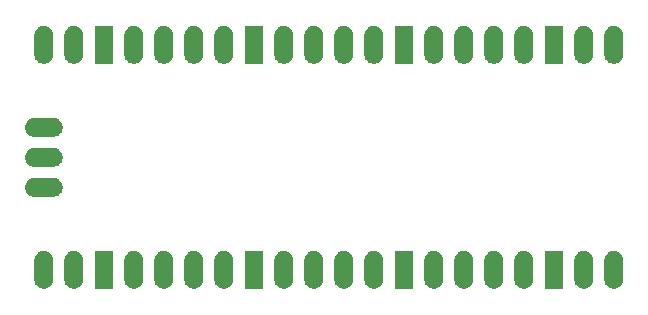
<source format=gbp>
G04 Layer: BottomPasteMaskLayer*
G04 EasyEDA v6.5.20, 2023-08-22 23:15:59*
G04 a67cddfb3fce44daa9051d46cbbcc19f,10*
G04 Gerber Generator version 0.2*
G04 Scale: 100 percent, Rotated: No, Reflected: No *
G04 Dimensions in millimeters *
G04 leading zeros omitted , absolute positions ,4 integer and 5 decimal *
%FSLAX45Y45*%
%MOMM*%

%AMMACRO1*4,1,4,-0.8,-1.5999,0.8,-1.5999,0.8,1.5999,-0.8,1.5999,-0.8,-1.5999,0*%
%AMMACRO2*4,1,4,-0.8001,-1.5999,0.8001,-1.5999,0.8001,1.5999,-0.8001,1.5999,-0.8001,-1.5999,0*%
%ADD10MACRO1*%
%ADD11MACRO2*%

%LPD*%
G36*
X5732983Y3372485D02*
G01*
X5733567Y3362858D01*
X5735320Y3353358D01*
X5738190Y3344113D01*
X5742152Y3335324D01*
X5747156Y3327044D01*
X5753100Y3319449D01*
X5759932Y3312617D01*
X5767552Y3306648D01*
X5775807Y3301644D01*
X5784621Y3297681D01*
X5793841Y3294811D01*
X5803341Y3293084D01*
X5812993Y3292500D01*
X5822619Y3293084D01*
X5832144Y3294811D01*
X5841365Y3297681D01*
X5850178Y3301644D01*
X5858433Y3306648D01*
X5866028Y3312617D01*
X5872861Y3319449D01*
X5878829Y3327044D01*
X5883833Y3335324D01*
X5887796Y3344113D01*
X5890666Y3353358D01*
X5892393Y3362858D01*
X5892977Y3372485D01*
X5892977Y3532504D01*
X5892393Y3542131D01*
X5890666Y3551631D01*
X5887796Y3560851D01*
X5883833Y3569665D01*
X5878829Y3577945D01*
X5872861Y3585540D01*
X5866028Y3592372D01*
X5858433Y3598341D01*
X5850178Y3603320D01*
X5841365Y3607282D01*
X5832144Y3610178D01*
X5822619Y3611905D01*
X5812993Y3612489D01*
X5803341Y3611905D01*
X5793841Y3610178D01*
X5784621Y3607282D01*
X5775807Y3603320D01*
X5767552Y3598341D01*
X5759932Y3592372D01*
X5753100Y3585540D01*
X5747156Y3577945D01*
X5742152Y3569665D01*
X5738190Y3560851D01*
X5735320Y3551631D01*
X5733567Y3542131D01*
X5732983Y3532504D01*
G37*
G36*
X5478983Y3372485D02*
G01*
X5479567Y3362858D01*
X5481320Y3353358D01*
X5484190Y3344113D01*
X5488152Y3335324D01*
X5493156Y3327044D01*
X5499100Y3319449D01*
X5505932Y3312617D01*
X5513552Y3306648D01*
X5521807Y3301644D01*
X5530621Y3297681D01*
X5539841Y3294811D01*
X5549341Y3293084D01*
X5558993Y3292500D01*
X5568619Y3293084D01*
X5578144Y3294811D01*
X5587365Y3297681D01*
X5596178Y3301644D01*
X5604433Y3306648D01*
X5612028Y3312617D01*
X5618861Y3319449D01*
X5624829Y3327044D01*
X5629833Y3335324D01*
X5633796Y3344113D01*
X5636666Y3353358D01*
X5638393Y3362858D01*
X5638977Y3372485D01*
X5638977Y3532504D01*
X5638393Y3542131D01*
X5636666Y3551631D01*
X5633796Y3560851D01*
X5629833Y3569665D01*
X5624829Y3577945D01*
X5618861Y3585540D01*
X5612028Y3592372D01*
X5604433Y3598341D01*
X5596178Y3603320D01*
X5587365Y3607282D01*
X5578144Y3610178D01*
X5568619Y3611905D01*
X5558993Y3612489D01*
X5549341Y3611905D01*
X5539841Y3610178D01*
X5530621Y3607282D01*
X5521807Y3603320D01*
X5513552Y3598341D01*
X5505932Y3592372D01*
X5499100Y3585540D01*
X5493156Y3577945D01*
X5488152Y3569665D01*
X5484190Y3560851D01*
X5481320Y3551631D01*
X5479567Y3542131D01*
X5478983Y3532504D01*
G37*
D10*
G01*
X5304980Y3452495D03*
G36*
X4970983Y3372485D02*
G01*
X4971567Y3362858D01*
X4973320Y3353358D01*
X4976190Y3344113D01*
X4980152Y3335324D01*
X4985156Y3327044D01*
X4991100Y3319449D01*
X4997932Y3312617D01*
X5005552Y3306648D01*
X5013807Y3301644D01*
X5022621Y3297681D01*
X5031841Y3294811D01*
X5041341Y3293084D01*
X5050993Y3292500D01*
X5060645Y3293084D01*
X5070144Y3294811D01*
X5079365Y3297681D01*
X5088178Y3301644D01*
X5096433Y3306648D01*
X5104028Y3312617D01*
X5110861Y3319449D01*
X5116829Y3327044D01*
X5121833Y3335324D01*
X5125796Y3344113D01*
X5128666Y3353358D01*
X5130418Y3362858D01*
X5130977Y3372485D01*
X5130977Y3532504D01*
X5130418Y3542131D01*
X5128666Y3551631D01*
X5125796Y3560851D01*
X5121833Y3569665D01*
X5116829Y3577945D01*
X5110861Y3585540D01*
X5104028Y3592372D01*
X5096433Y3598341D01*
X5088178Y3603320D01*
X5079365Y3607282D01*
X5070144Y3610178D01*
X5060645Y3611905D01*
X5050993Y3612489D01*
X5041341Y3611905D01*
X5031841Y3610178D01*
X5022621Y3607282D01*
X5013807Y3603320D01*
X5005552Y3598341D01*
X4997932Y3592372D01*
X4991100Y3585540D01*
X4985156Y3577945D01*
X4980152Y3569665D01*
X4976190Y3560851D01*
X4973320Y3551631D01*
X4971567Y3542131D01*
X4970983Y3532504D01*
G37*
G36*
X4716983Y3372485D02*
G01*
X4717567Y3362858D01*
X4719320Y3353358D01*
X4722190Y3344113D01*
X4726152Y3335324D01*
X4731156Y3327044D01*
X4737100Y3319449D01*
X4743932Y3312617D01*
X4751552Y3306648D01*
X4759807Y3301644D01*
X4768621Y3297681D01*
X4777841Y3294811D01*
X4787341Y3293084D01*
X4796993Y3292500D01*
X4806645Y3293084D01*
X4816144Y3294811D01*
X4825365Y3297681D01*
X4834178Y3301644D01*
X4842433Y3306648D01*
X4850028Y3312617D01*
X4856861Y3319449D01*
X4862829Y3327044D01*
X4867833Y3335324D01*
X4871796Y3344113D01*
X4874666Y3353358D01*
X4876418Y3362858D01*
X4876977Y3372485D01*
X4876977Y3532504D01*
X4876418Y3542131D01*
X4874666Y3551631D01*
X4871796Y3560851D01*
X4867833Y3569665D01*
X4862829Y3577945D01*
X4856861Y3585540D01*
X4850028Y3592372D01*
X4842433Y3598341D01*
X4834178Y3603320D01*
X4825365Y3607282D01*
X4816144Y3610178D01*
X4806645Y3611905D01*
X4796993Y3612489D01*
X4787341Y3611905D01*
X4777841Y3610178D01*
X4768621Y3607282D01*
X4759807Y3603320D01*
X4751552Y3598341D01*
X4743932Y3592372D01*
X4737100Y3585540D01*
X4731156Y3577945D01*
X4726152Y3569665D01*
X4722190Y3560851D01*
X4719320Y3551631D01*
X4717567Y3542131D01*
X4716983Y3532504D01*
G37*
G36*
X4462983Y3372485D02*
G01*
X4463567Y3362858D01*
X4465320Y3353358D01*
X4468190Y3344113D01*
X4472152Y3335324D01*
X4477156Y3327044D01*
X4483100Y3319449D01*
X4489932Y3312617D01*
X4497552Y3306648D01*
X4505807Y3301644D01*
X4514621Y3297681D01*
X4523841Y3294811D01*
X4533341Y3293084D01*
X4542993Y3292500D01*
X4552645Y3293084D01*
X4562144Y3294811D01*
X4571365Y3297681D01*
X4580178Y3301644D01*
X4588433Y3306648D01*
X4596028Y3312617D01*
X4602861Y3319449D01*
X4608829Y3327044D01*
X4613833Y3335324D01*
X4617796Y3344113D01*
X4620666Y3353358D01*
X4622418Y3362858D01*
X4623003Y3372485D01*
X4623003Y3532504D01*
X4622418Y3542131D01*
X4620666Y3551631D01*
X4617796Y3560851D01*
X4613833Y3569665D01*
X4608829Y3577945D01*
X4602861Y3585540D01*
X4596028Y3592372D01*
X4588433Y3598341D01*
X4580178Y3603320D01*
X4571365Y3607282D01*
X4562144Y3610178D01*
X4552645Y3611905D01*
X4542993Y3612489D01*
X4533341Y3611905D01*
X4523841Y3610178D01*
X4514621Y3607282D01*
X4505807Y3603320D01*
X4497552Y3598341D01*
X4489932Y3592372D01*
X4483100Y3585540D01*
X4477156Y3577945D01*
X4472152Y3569665D01*
X4468190Y3560851D01*
X4465320Y3551631D01*
X4463567Y3542131D01*
X4462983Y3532504D01*
G37*
G36*
X4208983Y3372485D02*
G01*
X4209567Y3362858D01*
X4211320Y3353358D01*
X4214190Y3344113D01*
X4218152Y3335324D01*
X4223156Y3327044D01*
X4229100Y3319449D01*
X4235932Y3312617D01*
X4243552Y3306648D01*
X4251807Y3301644D01*
X4260621Y3297681D01*
X4269841Y3294811D01*
X4279341Y3293084D01*
X4288993Y3292500D01*
X4298645Y3293084D01*
X4308144Y3294811D01*
X4317365Y3297681D01*
X4326178Y3301644D01*
X4334433Y3306648D01*
X4342053Y3312617D01*
X4348861Y3319449D01*
X4354829Y3327044D01*
X4359833Y3335324D01*
X4363796Y3344113D01*
X4366666Y3353358D01*
X4368418Y3362858D01*
X4369003Y3372485D01*
X4369003Y3532504D01*
X4368418Y3542131D01*
X4366666Y3551631D01*
X4363796Y3560851D01*
X4359833Y3569665D01*
X4354829Y3577945D01*
X4348861Y3585540D01*
X4342053Y3592372D01*
X4334433Y3598341D01*
X4326178Y3603320D01*
X4317365Y3607282D01*
X4308144Y3610178D01*
X4298645Y3611905D01*
X4288993Y3612489D01*
X4279341Y3611905D01*
X4269841Y3610178D01*
X4260621Y3607282D01*
X4251807Y3603320D01*
X4243552Y3598341D01*
X4235932Y3592372D01*
X4229100Y3585540D01*
X4223156Y3577945D01*
X4218152Y3569665D01*
X4214190Y3560851D01*
X4211320Y3551631D01*
X4209567Y3542131D01*
X4208983Y3532504D01*
G37*
D11*
G01*
X4034993Y3452495D03*
G36*
X3700983Y3372485D02*
G01*
X3701567Y3362858D01*
X3703320Y3353358D01*
X3706190Y3344113D01*
X3710152Y3335324D01*
X3715156Y3327044D01*
X3721100Y3319449D01*
X3727932Y3312617D01*
X3735552Y3306648D01*
X3743807Y3301644D01*
X3752621Y3297681D01*
X3761841Y3294811D01*
X3771341Y3293084D01*
X3780993Y3292500D01*
X3790645Y3293084D01*
X3800144Y3294811D01*
X3809365Y3297681D01*
X3818178Y3301644D01*
X3826433Y3306648D01*
X3834053Y3312617D01*
X3840861Y3319449D01*
X3846829Y3327044D01*
X3851833Y3335324D01*
X3855796Y3344113D01*
X3858666Y3353358D01*
X3860418Y3362858D01*
X3861003Y3372485D01*
X3861003Y3532504D01*
X3860418Y3542131D01*
X3858666Y3551631D01*
X3855796Y3560851D01*
X3851833Y3569665D01*
X3846829Y3577945D01*
X3840861Y3585540D01*
X3834053Y3592372D01*
X3826433Y3598341D01*
X3818178Y3603320D01*
X3809365Y3607282D01*
X3800144Y3610178D01*
X3790645Y3611905D01*
X3780993Y3612489D01*
X3771341Y3611905D01*
X3761841Y3610178D01*
X3752621Y3607282D01*
X3743807Y3603320D01*
X3735552Y3598341D01*
X3727932Y3592372D01*
X3721100Y3585540D01*
X3715156Y3577945D01*
X3710152Y3569665D01*
X3706190Y3560851D01*
X3703320Y3551631D01*
X3701567Y3542131D01*
X3700983Y3532504D01*
G37*
G36*
X3446983Y3372485D02*
G01*
X3447567Y3362858D01*
X3449320Y3353358D01*
X3452190Y3344113D01*
X3456152Y3335324D01*
X3461156Y3327044D01*
X3467100Y3319449D01*
X3473932Y3312617D01*
X3481552Y3306648D01*
X3489807Y3301644D01*
X3498621Y3297681D01*
X3507841Y3294811D01*
X3517341Y3293084D01*
X3526993Y3292500D01*
X3536645Y3293084D01*
X3546144Y3294811D01*
X3555365Y3297681D01*
X3564178Y3301644D01*
X3572433Y3306648D01*
X3580053Y3312617D01*
X3586861Y3319449D01*
X3592829Y3327044D01*
X3597833Y3335324D01*
X3601796Y3344113D01*
X3604666Y3353358D01*
X3606418Y3362858D01*
X3607003Y3372485D01*
X3607003Y3532504D01*
X3606418Y3542131D01*
X3604666Y3551631D01*
X3601796Y3560851D01*
X3597833Y3569665D01*
X3592829Y3577945D01*
X3586861Y3585540D01*
X3580053Y3592372D01*
X3572433Y3598341D01*
X3564178Y3603320D01*
X3555365Y3607282D01*
X3546144Y3610178D01*
X3536645Y3611905D01*
X3526993Y3612489D01*
X3517341Y3611905D01*
X3507841Y3610178D01*
X3498621Y3607282D01*
X3489807Y3603320D01*
X3481552Y3598341D01*
X3473932Y3592372D01*
X3467100Y3585540D01*
X3461156Y3577945D01*
X3456152Y3569665D01*
X3452190Y3560851D01*
X3449320Y3551631D01*
X3447567Y3542131D01*
X3446983Y3532504D01*
G37*
G36*
X3192983Y3372485D02*
G01*
X3193567Y3362858D01*
X3195320Y3353358D01*
X3198190Y3344113D01*
X3202152Y3335324D01*
X3207156Y3327044D01*
X3213125Y3319449D01*
X3219932Y3312617D01*
X3227552Y3306648D01*
X3235807Y3301644D01*
X3244621Y3297681D01*
X3253841Y3294811D01*
X3263341Y3293084D01*
X3272993Y3292500D01*
X3282645Y3293084D01*
X3292144Y3294811D01*
X3301365Y3297681D01*
X3310178Y3301644D01*
X3318433Y3306648D01*
X3326053Y3312617D01*
X3332886Y3319449D01*
X3338829Y3327044D01*
X3343833Y3335324D01*
X3347796Y3344113D01*
X3350666Y3353358D01*
X3352418Y3362858D01*
X3353003Y3372485D01*
X3353003Y3532504D01*
X3352418Y3542131D01*
X3350666Y3551631D01*
X3347796Y3560851D01*
X3343833Y3569665D01*
X3338829Y3577945D01*
X3332886Y3585540D01*
X3326053Y3592372D01*
X3318433Y3598341D01*
X3310178Y3603320D01*
X3301365Y3607282D01*
X3292144Y3610178D01*
X3282645Y3611905D01*
X3272993Y3612489D01*
X3263341Y3611905D01*
X3253841Y3610178D01*
X3244621Y3607282D01*
X3235807Y3603320D01*
X3227552Y3598341D01*
X3219932Y3592372D01*
X3213125Y3585540D01*
X3207156Y3577945D01*
X3202152Y3569665D01*
X3198190Y3560851D01*
X3195320Y3551631D01*
X3193567Y3542131D01*
X3192983Y3532504D01*
G37*
G36*
X2938983Y3372485D02*
G01*
X2939567Y3362858D01*
X2941320Y3353358D01*
X2944190Y3344113D01*
X2948152Y3335324D01*
X2953156Y3327044D01*
X2959125Y3319449D01*
X2965932Y3312617D01*
X2973552Y3306648D01*
X2981807Y3301644D01*
X2990621Y3297681D01*
X2999841Y3294811D01*
X3009341Y3293084D01*
X3018993Y3292500D01*
X3028645Y3293084D01*
X3038144Y3294811D01*
X3047365Y3297681D01*
X3056178Y3301644D01*
X3064433Y3306648D01*
X3072053Y3312617D01*
X3078886Y3319449D01*
X3084829Y3327044D01*
X3089833Y3335324D01*
X3093796Y3344113D01*
X3096666Y3353358D01*
X3098418Y3362858D01*
X3099003Y3372485D01*
X3099003Y3532504D01*
X3098418Y3542131D01*
X3096666Y3551631D01*
X3093796Y3560851D01*
X3089833Y3569665D01*
X3084829Y3577945D01*
X3078886Y3585540D01*
X3072053Y3592372D01*
X3064433Y3598341D01*
X3056178Y3603320D01*
X3047365Y3607282D01*
X3038144Y3610178D01*
X3028645Y3611905D01*
X3018993Y3612489D01*
X3009341Y3611905D01*
X2999841Y3610178D01*
X2990621Y3607282D01*
X2981807Y3603320D01*
X2973552Y3598341D01*
X2965932Y3592372D01*
X2959125Y3585540D01*
X2953156Y3577945D01*
X2948152Y3569665D01*
X2944190Y3560851D01*
X2941320Y3551631D01*
X2939567Y3542131D01*
X2938983Y3532504D01*
G37*
G01*
X2764993Y3452495D03*
G36*
X2430983Y3372485D02*
G01*
X2431567Y3362858D01*
X2433320Y3353358D01*
X2436190Y3344113D01*
X2440152Y3335324D01*
X2445156Y3327044D01*
X2451125Y3319449D01*
X2457932Y3312617D01*
X2465552Y3306648D01*
X2473807Y3301644D01*
X2482621Y3297681D01*
X2491841Y3294811D01*
X2501341Y3293084D01*
X2510993Y3292500D01*
X2520645Y3293084D01*
X2530144Y3294811D01*
X2539365Y3297681D01*
X2548178Y3301644D01*
X2556433Y3306648D01*
X2564053Y3312617D01*
X2570886Y3319449D01*
X2576829Y3327044D01*
X2581833Y3335324D01*
X2585796Y3344113D01*
X2588666Y3353358D01*
X2590418Y3362858D01*
X2591003Y3372485D01*
X2591003Y3532504D01*
X2590418Y3542131D01*
X2588666Y3551631D01*
X2585796Y3560851D01*
X2581833Y3569665D01*
X2576829Y3577945D01*
X2570886Y3585540D01*
X2564053Y3592372D01*
X2556433Y3598341D01*
X2548178Y3603320D01*
X2539365Y3607282D01*
X2530144Y3610178D01*
X2520645Y3611905D01*
X2510993Y3612489D01*
X2501341Y3611905D01*
X2491841Y3610178D01*
X2482621Y3607282D01*
X2473807Y3603320D01*
X2465552Y3598341D01*
X2457932Y3592372D01*
X2451125Y3585540D01*
X2445156Y3577945D01*
X2440152Y3569665D01*
X2436190Y3560851D01*
X2433320Y3551631D01*
X2431567Y3542131D01*
X2430983Y3532504D01*
G37*
G36*
X2176983Y3372485D02*
G01*
X2177567Y3362858D01*
X2179320Y3353358D01*
X2182190Y3344113D01*
X2186152Y3335324D01*
X2191156Y3327044D01*
X2197125Y3319449D01*
X2203958Y3312617D01*
X2211552Y3306648D01*
X2219807Y3301644D01*
X2228621Y3297681D01*
X2237841Y3294811D01*
X2247341Y3293084D01*
X2256993Y3292500D01*
X2266645Y3293084D01*
X2276144Y3294811D01*
X2285365Y3297681D01*
X2294178Y3301644D01*
X2302433Y3306648D01*
X2310053Y3312617D01*
X2316886Y3319449D01*
X2322829Y3327044D01*
X2327833Y3335324D01*
X2331796Y3344113D01*
X2334666Y3353358D01*
X2336418Y3362858D01*
X2337003Y3372485D01*
X2337003Y3532504D01*
X2336418Y3542131D01*
X2334666Y3551631D01*
X2331796Y3560851D01*
X2327833Y3569665D01*
X2322829Y3577945D01*
X2316886Y3585540D01*
X2310053Y3592372D01*
X2302433Y3598341D01*
X2294178Y3603320D01*
X2285365Y3607282D01*
X2276144Y3610178D01*
X2266645Y3611905D01*
X2256993Y3612489D01*
X2247341Y3611905D01*
X2237841Y3610178D01*
X2228621Y3607282D01*
X2219807Y3603320D01*
X2211552Y3598341D01*
X2203958Y3592372D01*
X2197125Y3585540D01*
X2191156Y3577945D01*
X2186152Y3569665D01*
X2182190Y3560851D01*
X2179320Y3551631D01*
X2177567Y3542131D01*
X2176983Y3532504D01*
G37*
G36*
X1923008Y3372485D02*
G01*
X1923567Y3362858D01*
X1925320Y3353358D01*
X1928190Y3344113D01*
X1932152Y3335324D01*
X1937156Y3327044D01*
X1943125Y3319449D01*
X1949958Y3312617D01*
X1957552Y3306648D01*
X1965807Y3301644D01*
X1974621Y3297681D01*
X1983841Y3294811D01*
X1993341Y3293084D01*
X2002993Y3292500D01*
X2012645Y3293084D01*
X2022144Y3294811D01*
X2031365Y3297681D01*
X2040178Y3301644D01*
X2048433Y3306648D01*
X2056053Y3312617D01*
X2062886Y3319449D01*
X2068829Y3327044D01*
X2073833Y3335324D01*
X2077796Y3344113D01*
X2080666Y3353358D01*
X2082418Y3362858D01*
X2083003Y3372485D01*
X2083003Y3532504D01*
X2082418Y3542131D01*
X2080666Y3551631D01*
X2077796Y3560851D01*
X2073833Y3569665D01*
X2068829Y3577945D01*
X2062886Y3585540D01*
X2056053Y3592372D01*
X2048433Y3598341D01*
X2040178Y3603320D01*
X2031365Y3607282D01*
X2022144Y3610178D01*
X2012645Y3611905D01*
X2002993Y3612489D01*
X1993341Y3611905D01*
X1983841Y3610178D01*
X1974621Y3607282D01*
X1965807Y3603320D01*
X1957552Y3598341D01*
X1949958Y3592372D01*
X1943125Y3585540D01*
X1937156Y3577945D01*
X1932152Y3569665D01*
X1928190Y3560851D01*
X1925320Y3551631D01*
X1923567Y3542131D01*
X1923008Y3532504D01*
G37*
G36*
X1669008Y3372485D02*
G01*
X1669567Y3362858D01*
X1671320Y3353358D01*
X1674190Y3344113D01*
X1678152Y3335324D01*
X1683156Y3327044D01*
X1689125Y3319449D01*
X1695957Y3312617D01*
X1703552Y3306648D01*
X1711807Y3301644D01*
X1720621Y3297681D01*
X1729841Y3294811D01*
X1739341Y3293084D01*
X1748993Y3292500D01*
X1758645Y3293084D01*
X1768144Y3294811D01*
X1777364Y3297681D01*
X1786178Y3301644D01*
X1794433Y3306648D01*
X1802053Y3312617D01*
X1808886Y3319449D01*
X1814829Y3327044D01*
X1819833Y3335324D01*
X1823796Y3344113D01*
X1826666Y3353358D01*
X1828419Y3362858D01*
X1829003Y3372485D01*
X1829003Y3532504D01*
X1828419Y3542131D01*
X1826666Y3551631D01*
X1823796Y3560851D01*
X1819833Y3569665D01*
X1814829Y3577945D01*
X1808886Y3585540D01*
X1802053Y3592372D01*
X1794433Y3598341D01*
X1786178Y3603320D01*
X1777364Y3607282D01*
X1768144Y3610178D01*
X1758645Y3611905D01*
X1748993Y3612489D01*
X1739341Y3611905D01*
X1729841Y3610178D01*
X1720621Y3607282D01*
X1711807Y3603320D01*
X1703552Y3598341D01*
X1695957Y3592372D01*
X1689125Y3585540D01*
X1683156Y3577945D01*
X1678152Y3569665D01*
X1674190Y3560851D01*
X1671320Y3551631D01*
X1669567Y3542131D01*
X1669008Y3532504D01*
G37*
D10*
G01*
X1495005Y3452495D03*
G36*
X1161008Y3372485D02*
G01*
X1161592Y3362858D01*
X1163320Y3353358D01*
X1166190Y3344113D01*
X1170152Y3335324D01*
X1175156Y3327044D01*
X1181125Y3319449D01*
X1187957Y3312617D01*
X1195552Y3306648D01*
X1203807Y3301644D01*
X1212621Y3297681D01*
X1221841Y3294811D01*
X1231366Y3293084D01*
X1240993Y3292500D01*
X1250645Y3293084D01*
X1260144Y3294811D01*
X1269364Y3297681D01*
X1278178Y3301644D01*
X1286433Y3306648D01*
X1294053Y3312617D01*
X1300886Y3319449D01*
X1306829Y3327044D01*
X1311833Y3335324D01*
X1315796Y3344113D01*
X1318666Y3353358D01*
X1320419Y3362858D01*
X1321003Y3372485D01*
X1321003Y3532504D01*
X1320419Y3542131D01*
X1318666Y3551631D01*
X1315796Y3560851D01*
X1311833Y3569665D01*
X1306829Y3577945D01*
X1300886Y3585540D01*
X1294053Y3592372D01*
X1286433Y3598341D01*
X1278178Y3603320D01*
X1269364Y3607282D01*
X1260144Y3610178D01*
X1250645Y3611905D01*
X1240993Y3612489D01*
X1231366Y3611905D01*
X1221841Y3610178D01*
X1212621Y3607282D01*
X1203807Y3603320D01*
X1195552Y3598341D01*
X1187957Y3592372D01*
X1181125Y3585540D01*
X1175156Y3577945D01*
X1170152Y3569665D01*
X1166190Y3560851D01*
X1163320Y3551631D01*
X1161592Y3542131D01*
X1161008Y3532504D01*
G37*
G36*
X907008Y3372485D02*
G01*
X907592Y3362858D01*
X909320Y3353358D01*
X912190Y3344113D01*
X916152Y3335324D01*
X921156Y3327044D01*
X927125Y3319449D01*
X933957Y3312617D01*
X941552Y3306648D01*
X949807Y3301644D01*
X958621Y3297681D01*
X967841Y3294811D01*
X977366Y3293084D01*
X986993Y3292500D01*
X996645Y3293084D01*
X1006144Y3294811D01*
X1015364Y3297681D01*
X1024178Y3301644D01*
X1032433Y3306648D01*
X1040053Y3312617D01*
X1046886Y3319449D01*
X1052829Y3327044D01*
X1057833Y3335324D01*
X1061796Y3344113D01*
X1064666Y3353358D01*
X1066419Y3362858D01*
X1067003Y3372485D01*
X1067003Y3532504D01*
X1066419Y3542131D01*
X1064666Y3551631D01*
X1061796Y3560851D01*
X1057833Y3569665D01*
X1052829Y3577945D01*
X1046886Y3585540D01*
X1040053Y3592372D01*
X1032433Y3598341D01*
X1024178Y3603320D01*
X1015364Y3607282D01*
X1006144Y3610178D01*
X996645Y3611905D01*
X986993Y3612489D01*
X977366Y3611905D01*
X967841Y3610178D01*
X958621Y3607282D01*
X949807Y3603320D01*
X941552Y3598341D01*
X933957Y3592372D01*
X927125Y3585540D01*
X921156Y3577945D01*
X916152Y3569665D01*
X912190Y3560851D01*
X909320Y3551631D01*
X907592Y3542131D01*
X907008Y3532504D01*
G37*
G36*
X907008Y1467485D02*
G01*
X907592Y1457858D01*
X909320Y1448358D01*
X912190Y1439138D01*
X916152Y1430324D01*
X921156Y1422044D01*
X927125Y1414449D01*
X933957Y1407617D01*
X941552Y1401648D01*
X949807Y1396669D01*
X958621Y1392707D01*
X967841Y1389811D01*
X977366Y1388084D01*
X986993Y1387500D01*
X996645Y1388084D01*
X1006144Y1389811D01*
X1015364Y1392707D01*
X1024178Y1396669D01*
X1032433Y1401648D01*
X1040053Y1407617D01*
X1046886Y1414449D01*
X1052829Y1422044D01*
X1057833Y1430324D01*
X1061796Y1439138D01*
X1064666Y1448358D01*
X1066419Y1457858D01*
X1067003Y1467485D01*
X1067003Y1627504D01*
X1066419Y1637131D01*
X1064666Y1646631D01*
X1061796Y1655876D01*
X1057833Y1664665D01*
X1052829Y1672945D01*
X1046886Y1680540D01*
X1040053Y1687372D01*
X1032433Y1693341D01*
X1024178Y1698345D01*
X1015364Y1702307D01*
X1006144Y1705178D01*
X996645Y1706905D01*
X986993Y1707489D01*
X977366Y1706905D01*
X967841Y1705178D01*
X958621Y1702307D01*
X949807Y1698345D01*
X941552Y1693341D01*
X933957Y1687372D01*
X927125Y1680540D01*
X921156Y1672945D01*
X916152Y1664665D01*
X912190Y1655876D01*
X909320Y1646631D01*
X907592Y1637131D01*
X907008Y1627504D01*
G37*
G36*
X1161008Y1467485D02*
G01*
X1161592Y1457858D01*
X1163320Y1448358D01*
X1166190Y1439138D01*
X1170152Y1430324D01*
X1175156Y1422044D01*
X1181125Y1414449D01*
X1187957Y1407617D01*
X1195552Y1401648D01*
X1203807Y1396669D01*
X1212621Y1392707D01*
X1221841Y1389811D01*
X1231366Y1388084D01*
X1240993Y1387500D01*
X1250645Y1388084D01*
X1260144Y1389811D01*
X1269364Y1392707D01*
X1278178Y1396669D01*
X1286433Y1401648D01*
X1294053Y1407617D01*
X1300886Y1414449D01*
X1306829Y1422044D01*
X1311833Y1430324D01*
X1315796Y1439138D01*
X1318666Y1448358D01*
X1320419Y1457858D01*
X1321003Y1467485D01*
X1321003Y1627504D01*
X1320419Y1637131D01*
X1318666Y1646631D01*
X1315796Y1655876D01*
X1311833Y1664665D01*
X1306829Y1672945D01*
X1300886Y1680540D01*
X1294053Y1687372D01*
X1286433Y1693341D01*
X1278178Y1698345D01*
X1269364Y1702307D01*
X1260144Y1705178D01*
X1250645Y1706905D01*
X1240993Y1707489D01*
X1231366Y1706905D01*
X1221841Y1705178D01*
X1212621Y1702307D01*
X1203807Y1698345D01*
X1195552Y1693341D01*
X1187957Y1687372D01*
X1181125Y1680540D01*
X1175156Y1672945D01*
X1170152Y1664665D01*
X1166190Y1655876D01*
X1163320Y1646631D01*
X1161592Y1637131D01*
X1161008Y1627504D01*
G37*
G01*
X1495005Y1547495D03*
G36*
X1669008Y1467485D02*
G01*
X1669567Y1457858D01*
X1671320Y1448358D01*
X1674190Y1439138D01*
X1678152Y1430324D01*
X1683156Y1422044D01*
X1689125Y1414449D01*
X1695957Y1407617D01*
X1703552Y1401648D01*
X1711807Y1396669D01*
X1720621Y1392707D01*
X1729841Y1389811D01*
X1739341Y1388084D01*
X1748993Y1387500D01*
X1758645Y1388084D01*
X1768144Y1389811D01*
X1777364Y1392707D01*
X1786178Y1396669D01*
X1794433Y1401648D01*
X1802053Y1407617D01*
X1808886Y1414449D01*
X1814829Y1422044D01*
X1819833Y1430324D01*
X1823796Y1439138D01*
X1826666Y1448358D01*
X1828419Y1457858D01*
X1829003Y1467485D01*
X1829003Y1627504D01*
X1828419Y1637131D01*
X1826666Y1646631D01*
X1823796Y1655876D01*
X1819833Y1664665D01*
X1814829Y1672945D01*
X1808886Y1680540D01*
X1802053Y1687372D01*
X1794433Y1693341D01*
X1786178Y1698345D01*
X1777364Y1702307D01*
X1768144Y1705178D01*
X1758645Y1706905D01*
X1748993Y1707489D01*
X1739341Y1706905D01*
X1729841Y1705178D01*
X1720621Y1702307D01*
X1711807Y1698345D01*
X1703552Y1693341D01*
X1695957Y1687372D01*
X1689125Y1680540D01*
X1683156Y1672945D01*
X1678152Y1664665D01*
X1674190Y1655876D01*
X1671320Y1646631D01*
X1669567Y1637131D01*
X1669008Y1627504D01*
G37*
G36*
X1923008Y1467485D02*
G01*
X1923567Y1457858D01*
X1925320Y1448358D01*
X1928190Y1439138D01*
X1932152Y1430324D01*
X1937156Y1422044D01*
X1943125Y1414449D01*
X1949958Y1407617D01*
X1957552Y1401648D01*
X1965807Y1396669D01*
X1974621Y1392707D01*
X1983841Y1389811D01*
X1993341Y1388084D01*
X2002993Y1387500D01*
X2012645Y1388084D01*
X2022144Y1389811D01*
X2031365Y1392707D01*
X2040178Y1396669D01*
X2048433Y1401648D01*
X2056053Y1407617D01*
X2062886Y1414449D01*
X2068829Y1422044D01*
X2073833Y1430324D01*
X2077796Y1439138D01*
X2080666Y1448358D01*
X2082418Y1457858D01*
X2083003Y1467485D01*
X2083003Y1627504D01*
X2082418Y1637131D01*
X2080666Y1646631D01*
X2077796Y1655876D01*
X2073833Y1664665D01*
X2068829Y1672945D01*
X2062886Y1680540D01*
X2056053Y1687372D01*
X2048433Y1693341D01*
X2040178Y1698345D01*
X2031365Y1702307D01*
X2022144Y1705178D01*
X2012645Y1706905D01*
X2002993Y1707489D01*
X1993341Y1706905D01*
X1983841Y1705178D01*
X1974621Y1702307D01*
X1965807Y1698345D01*
X1957552Y1693341D01*
X1949958Y1687372D01*
X1943125Y1680540D01*
X1937156Y1672945D01*
X1932152Y1664665D01*
X1928190Y1655876D01*
X1925320Y1646631D01*
X1923567Y1637131D01*
X1923008Y1627504D01*
G37*
G36*
X2176983Y1467485D02*
G01*
X2177567Y1457858D01*
X2179320Y1448358D01*
X2182190Y1439138D01*
X2186152Y1430324D01*
X2191156Y1422044D01*
X2197125Y1414449D01*
X2203958Y1407617D01*
X2211552Y1401648D01*
X2219807Y1396669D01*
X2228621Y1392707D01*
X2237841Y1389811D01*
X2247341Y1388084D01*
X2256993Y1387500D01*
X2266645Y1388084D01*
X2276144Y1389811D01*
X2285365Y1392707D01*
X2294178Y1396669D01*
X2302433Y1401648D01*
X2310053Y1407617D01*
X2316886Y1414449D01*
X2322829Y1422044D01*
X2327833Y1430324D01*
X2331796Y1439138D01*
X2334666Y1448358D01*
X2336418Y1457858D01*
X2337003Y1467485D01*
X2337003Y1627504D01*
X2336418Y1637131D01*
X2334666Y1646631D01*
X2331796Y1655876D01*
X2327833Y1664665D01*
X2322829Y1672945D01*
X2316886Y1680540D01*
X2310053Y1687372D01*
X2302433Y1693341D01*
X2294178Y1698345D01*
X2285365Y1702307D01*
X2276144Y1705178D01*
X2266645Y1706905D01*
X2256993Y1707489D01*
X2247341Y1706905D01*
X2237841Y1705178D01*
X2228621Y1702307D01*
X2219807Y1698345D01*
X2211552Y1693341D01*
X2203958Y1687372D01*
X2197125Y1680540D01*
X2191156Y1672945D01*
X2186152Y1664665D01*
X2182190Y1655876D01*
X2179320Y1646631D01*
X2177567Y1637131D01*
X2176983Y1627504D01*
G37*
G36*
X2430983Y1467485D02*
G01*
X2431567Y1457858D01*
X2433320Y1448358D01*
X2436190Y1439138D01*
X2440152Y1430324D01*
X2445156Y1422044D01*
X2451125Y1414449D01*
X2457932Y1407617D01*
X2465552Y1401648D01*
X2473807Y1396669D01*
X2482621Y1392707D01*
X2491841Y1389811D01*
X2501341Y1388084D01*
X2510993Y1387500D01*
X2520645Y1388084D01*
X2530144Y1389811D01*
X2539365Y1392707D01*
X2548178Y1396669D01*
X2556433Y1401648D01*
X2564053Y1407617D01*
X2570886Y1414449D01*
X2576829Y1422044D01*
X2581833Y1430324D01*
X2585796Y1439138D01*
X2588666Y1448358D01*
X2590418Y1457858D01*
X2591003Y1467485D01*
X2591003Y1627504D01*
X2590418Y1637131D01*
X2588666Y1646631D01*
X2585796Y1655876D01*
X2581833Y1664665D01*
X2576829Y1672945D01*
X2570886Y1680540D01*
X2564053Y1687372D01*
X2556433Y1693341D01*
X2548178Y1698345D01*
X2539365Y1702307D01*
X2530144Y1705178D01*
X2520645Y1706905D01*
X2510993Y1707489D01*
X2501341Y1706905D01*
X2491841Y1705178D01*
X2482621Y1702307D01*
X2473807Y1698345D01*
X2465552Y1693341D01*
X2457932Y1687372D01*
X2451125Y1680540D01*
X2445156Y1672945D01*
X2440152Y1664665D01*
X2436190Y1655876D01*
X2433320Y1646631D01*
X2431567Y1637131D01*
X2430983Y1627504D01*
G37*
D11*
G01*
X2764993Y1547495D03*
G36*
X2938983Y1467485D02*
G01*
X2939567Y1457858D01*
X2941320Y1448358D01*
X2944190Y1439138D01*
X2948152Y1430324D01*
X2953156Y1422044D01*
X2959125Y1414449D01*
X2965932Y1407617D01*
X2973552Y1401648D01*
X2981807Y1396669D01*
X2990621Y1392707D01*
X2999841Y1389811D01*
X3009341Y1388084D01*
X3018993Y1387500D01*
X3028645Y1388084D01*
X3038144Y1389811D01*
X3047365Y1392707D01*
X3056178Y1396669D01*
X3064433Y1401648D01*
X3072053Y1407617D01*
X3078886Y1414449D01*
X3084829Y1422044D01*
X3089833Y1430324D01*
X3093796Y1439138D01*
X3096666Y1448358D01*
X3098418Y1457858D01*
X3099003Y1467485D01*
X3099003Y1627504D01*
X3098418Y1637131D01*
X3096666Y1646631D01*
X3093796Y1655876D01*
X3089833Y1664665D01*
X3084829Y1672945D01*
X3078886Y1680540D01*
X3072053Y1687372D01*
X3064433Y1693341D01*
X3056178Y1698345D01*
X3047365Y1702307D01*
X3038144Y1705178D01*
X3028645Y1706905D01*
X3018993Y1707489D01*
X3009341Y1706905D01*
X2999841Y1705178D01*
X2990621Y1702307D01*
X2981807Y1698345D01*
X2973552Y1693341D01*
X2965932Y1687372D01*
X2959125Y1680540D01*
X2953156Y1672945D01*
X2948152Y1664665D01*
X2944190Y1655876D01*
X2941320Y1646631D01*
X2939567Y1637131D01*
X2938983Y1627504D01*
G37*
G36*
X3192983Y1467485D02*
G01*
X3193567Y1457858D01*
X3195320Y1448358D01*
X3198190Y1439138D01*
X3202152Y1430324D01*
X3207156Y1422044D01*
X3213125Y1414449D01*
X3219932Y1407617D01*
X3227552Y1401648D01*
X3235807Y1396669D01*
X3244621Y1392707D01*
X3253841Y1389811D01*
X3263341Y1388084D01*
X3272993Y1387500D01*
X3282645Y1388084D01*
X3292144Y1389811D01*
X3301365Y1392707D01*
X3310178Y1396669D01*
X3318433Y1401648D01*
X3326053Y1407617D01*
X3332886Y1414449D01*
X3338829Y1422044D01*
X3343833Y1430324D01*
X3347796Y1439138D01*
X3350666Y1448358D01*
X3352418Y1457858D01*
X3353003Y1467485D01*
X3353003Y1627504D01*
X3352418Y1637131D01*
X3350666Y1646631D01*
X3347796Y1655876D01*
X3343833Y1664665D01*
X3338829Y1672945D01*
X3332886Y1680540D01*
X3326053Y1687372D01*
X3318433Y1693341D01*
X3310178Y1698345D01*
X3301365Y1702307D01*
X3292144Y1705178D01*
X3282645Y1706905D01*
X3272993Y1707489D01*
X3263341Y1706905D01*
X3253841Y1705178D01*
X3244621Y1702307D01*
X3235807Y1698345D01*
X3227552Y1693341D01*
X3219932Y1687372D01*
X3213125Y1680540D01*
X3207156Y1672945D01*
X3202152Y1664665D01*
X3198190Y1655876D01*
X3195320Y1646631D01*
X3193567Y1637131D01*
X3192983Y1627504D01*
G37*
G36*
X3446983Y1467485D02*
G01*
X3447567Y1457858D01*
X3449320Y1448358D01*
X3452190Y1439138D01*
X3456152Y1430324D01*
X3461156Y1422044D01*
X3467100Y1414449D01*
X3473932Y1407617D01*
X3481552Y1401648D01*
X3489807Y1396669D01*
X3498621Y1392707D01*
X3507841Y1389811D01*
X3517341Y1388084D01*
X3526993Y1387500D01*
X3536645Y1388084D01*
X3546144Y1389811D01*
X3555365Y1392707D01*
X3564178Y1396669D01*
X3572433Y1401648D01*
X3580053Y1407617D01*
X3586861Y1414449D01*
X3592829Y1422044D01*
X3597833Y1430324D01*
X3601796Y1439138D01*
X3604666Y1448358D01*
X3606418Y1457858D01*
X3607003Y1467485D01*
X3607003Y1627504D01*
X3606418Y1637131D01*
X3604666Y1646631D01*
X3601796Y1655876D01*
X3597833Y1664665D01*
X3592829Y1672945D01*
X3586861Y1680540D01*
X3580053Y1687372D01*
X3572433Y1693341D01*
X3564178Y1698345D01*
X3555365Y1702307D01*
X3546144Y1705178D01*
X3536645Y1706905D01*
X3526993Y1707489D01*
X3517341Y1706905D01*
X3507841Y1705178D01*
X3498621Y1702307D01*
X3489807Y1698345D01*
X3481552Y1693341D01*
X3473932Y1687372D01*
X3467100Y1680540D01*
X3461156Y1672945D01*
X3456152Y1664665D01*
X3452190Y1655876D01*
X3449320Y1646631D01*
X3447567Y1637131D01*
X3446983Y1627504D01*
G37*
G36*
X3700983Y1467485D02*
G01*
X3701567Y1457858D01*
X3703320Y1448358D01*
X3706190Y1439138D01*
X3710152Y1430324D01*
X3715156Y1422044D01*
X3721100Y1414449D01*
X3727932Y1407617D01*
X3735552Y1401648D01*
X3743807Y1396669D01*
X3752621Y1392707D01*
X3761841Y1389811D01*
X3771341Y1388084D01*
X3780993Y1387500D01*
X3790645Y1388084D01*
X3800144Y1389811D01*
X3809365Y1392707D01*
X3818178Y1396669D01*
X3826433Y1401648D01*
X3834053Y1407617D01*
X3840861Y1414449D01*
X3846829Y1422044D01*
X3851833Y1430324D01*
X3855796Y1439138D01*
X3858666Y1448358D01*
X3860418Y1457858D01*
X3861003Y1467485D01*
X3861003Y1627504D01*
X3860418Y1637131D01*
X3858666Y1646631D01*
X3855796Y1655876D01*
X3851833Y1664665D01*
X3846829Y1672945D01*
X3840861Y1680540D01*
X3834053Y1687372D01*
X3826433Y1693341D01*
X3818178Y1698345D01*
X3809365Y1702307D01*
X3800144Y1705178D01*
X3790645Y1706905D01*
X3780993Y1707489D01*
X3771341Y1706905D01*
X3761841Y1705178D01*
X3752621Y1702307D01*
X3743807Y1698345D01*
X3735552Y1693341D01*
X3727932Y1687372D01*
X3721100Y1680540D01*
X3715156Y1672945D01*
X3710152Y1664665D01*
X3706190Y1655876D01*
X3703320Y1646631D01*
X3701567Y1637131D01*
X3700983Y1627504D01*
G37*
G01*
X4034993Y1547495D03*
G36*
X4208983Y1467485D02*
G01*
X4209567Y1457858D01*
X4211320Y1448358D01*
X4214190Y1439138D01*
X4218152Y1430324D01*
X4223156Y1422044D01*
X4229100Y1414449D01*
X4235932Y1407617D01*
X4243552Y1401648D01*
X4251807Y1396669D01*
X4260621Y1392707D01*
X4269841Y1389811D01*
X4279341Y1388084D01*
X4288993Y1387500D01*
X4298645Y1388084D01*
X4308144Y1389811D01*
X4317365Y1392707D01*
X4326178Y1396669D01*
X4334433Y1401648D01*
X4342053Y1407617D01*
X4348861Y1414449D01*
X4354829Y1422044D01*
X4359833Y1430324D01*
X4363796Y1439138D01*
X4366666Y1448358D01*
X4368418Y1457858D01*
X4369003Y1467485D01*
X4369003Y1627504D01*
X4368418Y1637131D01*
X4366666Y1646631D01*
X4363796Y1655876D01*
X4359833Y1664665D01*
X4354829Y1672945D01*
X4348861Y1680540D01*
X4342053Y1687372D01*
X4334433Y1693341D01*
X4326178Y1698345D01*
X4317365Y1702307D01*
X4308144Y1705178D01*
X4298645Y1706905D01*
X4288993Y1707489D01*
X4279341Y1706905D01*
X4269841Y1705178D01*
X4260621Y1702307D01*
X4251807Y1698345D01*
X4243552Y1693341D01*
X4235932Y1687372D01*
X4229100Y1680540D01*
X4223156Y1672945D01*
X4218152Y1664665D01*
X4214190Y1655876D01*
X4211320Y1646631D01*
X4209567Y1637131D01*
X4208983Y1627504D01*
G37*
G36*
X4462983Y1467485D02*
G01*
X4463567Y1457858D01*
X4465320Y1448358D01*
X4468190Y1439138D01*
X4472152Y1430324D01*
X4477156Y1422044D01*
X4483100Y1414449D01*
X4489932Y1407617D01*
X4497552Y1401648D01*
X4505807Y1396669D01*
X4514621Y1392707D01*
X4523841Y1389811D01*
X4533341Y1388084D01*
X4542993Y1387500D01*
X4552645Y1388084D01*
X4562144Y1389811D01*
X4571365Y1392707D01*
X4580178Y1396669D01*
X4588433Y1401648D01*
X4596028Y1407617D01*
X4602861Y1414449D01*
X4608829Y1422044D01*
X4613833Y1430324D01*
X4617796Y1439138D01*
X4620666Y1448358D01*
X4622418Y1457858D01*
X4623003Y1467485D01*
X4623003Y1627504D01*
X4622418Y1637131D01*
X4620666Y1646631D01*
X4617796Y1655876D01*
X4613833Y1664665D01*
X4608829Y1672945D01*
X4602861Y1680540D01*
X4596028Y1687372D01*
X4588433Y1693341D01*
X4580178Y1698345D01*
X4571365Y1702307D01*
X4562144Y1705178D01*
X4552645Y1706905D01*
X4542993Y1707489D01*
X4533341Y1706905D01*
X4523841Y1705178D01*
X4514621Y1702307D01*
X4505807Y1698345D01*
X4497552Y1693341D01*
X4489932Y1687372D01*
X4483100Y1680540D01*
X4477156Y1672945D01*
X4472152Y1664665D01*
X4468190Y1655876D01*
X4465320Y1646631D01*
X4463567Y1637131D01*
X4462983Y1627504D01*
G37*
G36*
X4716983Y1467485D02*
G01*
X4717567Y1457858D01*
X4719320Y1448358D01*
X4722190Y1439138D01*
X4726152Y1430324D01*
X4731156Y1422044D01*
X4737100Y1414449D01*
X4743932Y1407617D01*
X4751552Y1401648D01*
X4759807Y1396669D01*
X4768621Y1392707D01*
X4777841Y1389811D01*
X4787341Y1388084D01*
X4796993Y1387500D01*
X4806645Y1388084D01*
X4816144Y1389811D01*
X4825365Y1392707D01*
X4834178Y1396669D01*
X4842433Y1401648D01*
X4850028Y1407617D01*
X4856861Y1414449D01*
X4862829Y1422044D01*
X4867833Y1430324D01*
X4871796Y1439138D01*
X4874666Y1448358D01*
X4876418Y1457858D01*
X4876977Y1467485D01*
X4876977Y1627504D01*
X4876418Y1637131D01*
X4874666Y1646631D01*
X4871796Y1655876D01*
X4867833Y1664665D01*
X4862829Y1672945D01*
X4856861Y1680540D01*
X4850028Y1687372D01*
X4842433Y1693341D01*
X4834178Y1698345D01*
X4825365Y1702307D01*
X4816144Y1705178D01*
X4806645Y1706905D01*
X4796993Y1707489D01*
X4787341Y1706905D01*
X4777841Y1705178D01*
X4768621Y1702307D01*
X4759807Y1698345D01*
X4751552Y1693341D01*
X4743932Y1687372D01*
X4737100Y1680540D01*
X4731156Y1672945D01*
X4726152Y1664665D01*
X4722190Y1655876D01*
X4719320Y1646631D01*
X4717567Y1637131D01*
X4716983Y1627504D01*
G37*
G36*
X4970983Y1467485D02*
G01*
X4971567Y1457858D01*
X4973320Y1448358D01*
X4976190Y1439138D01*
X4980152Y1430324D01*
X4985156Y1422044D01*
X4991100Y1414449D01*
X4997932Y1407617D01*
X5005552Y1401648D01*
X5013807Y1396669D01*
X5022621Y1392707D01*
X5031841Y1389811D01*
X5041341Y1388084D01*
X5050993Y1387500D01*
X5060645Y1388084D01*
X5070144Y1389811D01*
X5079365Y1392707D01*
X5088178Y1396669D01*
X5096433Y1401648D01*
X5104028Y1407617D01*
X5110861Y1414449D01*
X5116829Y1422044D01*
X5121833Y1430324D01*
X5125796Y1439138D01*
X5128666Y1448358D01*
X5130418Y1457858D01*
X5130977Y1467485D01*
X5130977Y1627504D01*
X5130418Y1637131D01*
X5128666Y1646631D01*
X5125796Y1655876D01*
X5121833Y1664665D01*
X5116829Y1672945D01*
X5110861Y1680540D01*
X5104028Y1687372D01*
X5096433Y1693341D01*
X5088178Y1698345D01*
X5079365Y1702307D01*
X5070144Y1705178D01*
X5060645Y1706905D01*
X5050993Y1707489D01*
X5041341Y1706905D01*
X5031841Y1705178D01*
X5022621Y1702307D01*
X5013807Y1698345D01*
X5005552Y1693341D01*
X4997932Y1687372D01*
X4991100Y1680540D01*
X4985156Y1672945D01*
X4980152Y1664665D01*
X4976190Y1655876D01*
X4973320Y1646631D01*
X4971567Y1637131D01*
X4970983Y1627504D01*
G37*
D10*
G01*
X5304980Y1547495D03*
G36*
X5478983Y1467485D02*
G01*
X5479567Y1457858D01*
X5481320Y1448358D01*
X5484190Y1439138D01*
X5488152Y1430324D01*
X5493156Y1422044D01*
X5499100Y1414449D01*
X5505932Y1407617D01*
X5513552Y1401648D01*
X5521807Y1396669D01*
X5530621Y1392707D01*
X5539841Y1389811D01*
X5549341Y1388084D01*
X5558993Y1387500D01*
X5568619Y1388084D01*
X5578144Y1389811D01*
X5587365Y1392707D01*
X5596178Y1396669D01*
X5604433Y1401648D01*
X5612028Y1407617D01*
X5618861Y1414449D01*
X5624829Y1422044D01*
X5629833Y1430324D01*
X5633796Y1439138D01*
X5636666Y1448358D01*
X5638393Y1457858D01*
X5638977Y1467485D01*
X5638977Y1627504D01*
X5638393Y1637131D01*
X5636666Y1646631D01*
X5633796Y1655876D01*
X5629833Y1664665D01*
X5624829Y1672945D01*
X5618861Y1680540D01*
X5612028Y1687372D01*
X5604433Y1693341D01*
X5596178Y1698345D01*
X5587365Y1702307D01*
X5578144Y1705178D01*
X5568619Y1706905D01*
X5558993Y1707489D01*
X5549341Y1706905D01*
X5539841Y1705178D01*
X5530621Y1702307D01*
X5521807Y1698345D01*
X5513552Y1693341D01*
X5505932Y1687372D01*
X5499100Y1680540D01*
X5493156Y1672945D01*
X5488152Y1664665D01*
X5484190Y1655876D01*
X5481320Y1646631D01*
X5479567Y1637131D01*
X5478983Y1627504D01*
G37*
G36*
X5732983Y1467485D02*
G01*
X5733567Y1457858D01*
X5735320Y1448358D01*
X5738190Y1439138D01*
X5742152Y1430324D01*
X5747156Y1422044D01*
X5753100Y1414449D01*
X5759932Y1407617D01*
X5767552Y1401648D01*
X5775807Y1396669D01*
X5784621Y1392707D01*
X5793841Y1389811D01*
X5803341Y1388084D01*
X5812993Y1387500D01*
X5822619Y1388084D01*
X5832144Y1389811D01*
X5841365Y1392707D01*
X5850178Y1396669D01*
X5858433Y1401648D01*
X5866028Y1407617D01*
X5872861Y1414449D01*
X5878829Y1422044D01*
X5883833Y1430324D01*
X5887796Y1439138D01*
X5890666Y1448358D01*
X5892393Y1457858D01*
X5892977Y1467485D01*
X5892977Y1627504D01*
X5892393Y1637131D01*
X5890666Y1646631D01*
X5887796Y1655876D01*
X5883833Y1664665D01*
X5878829Y1672945D01*
X5872861Y1680540D01*
X5866028Y1687372D01*
X5858433Y1693341D01*
X5850178Y1698345D01*
X5841365Y1702307D01*
X5832144Y1705178D01*
X5822619Y1706905D01*
X5812993Y1707489D01*
X5803341Y1706905D01*
X5793841Y1705178D01*
X5784621Y1702307D01*
X5775807Y1698345D01*
X5767552Y1693341D01*
X5759932Y1687372D01*
X5753100Y1680540D01*
X5747156Y1672945D01*
X5742152Y1664665D01*
X5738190Y1655876D01*
X5735320Y1646631D01*
X5733567Y1637131D01*
X5732983Y1627504D01*
G37*
G36*
X1067003Y2419985D02*
G01*
X1076629Y2420569D01*
X1086154Y2422321D01*
X1095375Y2425192D01*
X1104163Y2429154D01*
X1112443Y2434158D01*
X1120038Y2440101D01*
X1126870Y2446934D01*
X1132839Y2454554D01*
X1137843Y2462809D01*
X1141806Y2471623D01*
X1144676Y2480843D01*
X1146403Y2490343D01*
X1146987Y2499995D01*
X1146403Y2509646D01*
X1144676Y2519146D01*
X1141806Y2528366D01*
X1137843Y2537180D01*
X1132839Y2545435D01*
X1126870Y2553055D01*
X1120038Y2559888D01*
X1112443Y2565831D01*
X1104163Y2570835D01*
X1095375Y2574797D01*
X1086154Y2577668D01*
X1076629Y2579420D01*
X1067003Y2580004D01*
X907008Y2580004D01*
X897356Y2579420D01*
X887856Y2577668D01*
X878636Y2574797D01*
X869822Y2570835D01*
X861542Y2565831D01*
X853947Y2559888D01*
X847115Y2553055D01*
X841171Y2545435D01*
X836168Y2537180D01*
X832205Y2528366D01*
X829335Y2519146D01*
X827582Y2509646D01*
X826998Y2499995D01*
X827582Y2490343D01*
X829335Y2480843D01*
X832205Y2471623D01*
X836168Y2462809D01*
X841171Y2454554D01*
X847115Y2446934D01*
X853947Y2440101D01*
X861542Y2434158D01*
X869822Y2429154D01*
X878636Y2425192D01*
X887856Y2422321D01*
X897356Y2420569D01*
X907008Y2419985D01*
G37*
G36*
X1067003Y2165985D02*
G01*
X1076629Y2166569D01*
X1086154Y2168321D01*
X1095375Y2171192D01*
X1104163Y2175154D01*
X1112443Y2180158D01*
X1120038Y2186127D01*
X1126870Y2192934D01*
X1132839Y2200554D01*
X1137843Y2208809D01*
X1141806Y2217623D01*
X1144676Y2226843D01*
X1146403Y2236343D01*
X1146987Y2245995D01*
X1146403Y2255646D01*
X1144676Y2265146D01*
X1141806Y2274366D01*
X1137843Y2283180D01*
X1132839Y2291435D01*
X1126870Y2299055D01*
X1120038Y2305888D01*
X1112443Y2311831D01*
X1104163Y2316835D01*
X1095375Y2320797D01*
X1086154Y2323668D01*
X1076629Y2325420D01*
X1067003Y2326004D01*
X907008Y2326004D01*
X897356Y2325420D01*
X887856Y2323668D01*
X878636Y2320797D01*
X869822Y2316835D01*
X861542Y2311831D01*
X853947Y2305888D01*
X847115Y2299055D01*
X841171Y2291435D01*
X836168Y2283180D01*
X832205Y2274366D01*
X829335Y2265146D01*
X827582Y2255646D01*
X826998Y2245995D01*
X827582Y2236343D01*
X829335Y2226843D01*
X832205Y2217623D01*
X836168Y2208809D01*
X841171Y2200554D01*
X847115Y2192934D01*
X853947Y2186127D01*
X861542Y2180158D01*
X869822Y2175154D01*
X878636Y2171192D01*
X887856Y2168321D01*
X897356Y2166569D01*
X907008Y2165985D01*
G37*
G36*
X1067003Y2673985D02*
G01*
X1076629Y2674569D01*
X1086154Y2676321D01*
X1095375Y2679192D01*
X1104163Y2683154D01*
X1112443Y2688158D01*
X1120038Y2694101D01*
X1126870Y2700934D01*
X1132839Y2708554D01*
X1137843Y2716809D01*
X1141806Y2725623D01*
X1144676Y2734843D01*
X1146403Y2744343D01*
X1146987Y2753995D01*
X1146403Y2763646D01*
X1144676Y2773146D01*
X1141806Y2782366D01*
X1137843Y2791180D01*
X1132839Y2799435D01*
X1126870Y2807055D01*
X1120038Y2813862D01*
X1112443Y2819831D01*
X1104163Y2824835D01*
X1095375Y2828797D01*
X1086154Y2831668D01*
X1076629Y2833420D01*
X1067003Y2834004D01*
X907008Y2834004D01*
X897356Y2833420D01*
X887856Y2831668D01*
X878636Y2828797D01*
X869822Y2824835D01*
X861542Y2819831D01*
X853947Y2813862D01*
X847115Y2807055D01*
X841171Y2799435D01*
X836168Y2791180D01*
X832205Y2782366D01*
X829335Y2773146D01*
X827582Y2763646D01*
X826998Y2753995D01*
X827582Y2744343D01*
X829335Y2734843D01*
X832205Y2725623D01*
X836168Y2716809D01*
X841171Y2708554D01*
X847115Y2700934D01*
X853947Y2694101D01*
X861542Y2688158D01*
X869822Y2683154D01*
X878636Y2679192D01*
X887856Y2676321D01*
X897356Y2674569D01*
X907008Y2673985D01*
G37*
M02*

</source>
